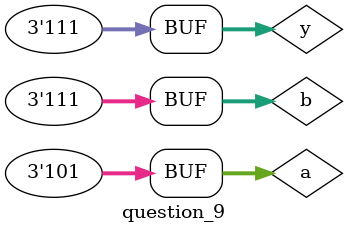
<source format=v>
`timescale 1ns / 1ps


module question_9();
reg [2:0] a, b;
reg [2:0]y;
initial
begin
a= 3'd5;
b= 3'b111;
y = a|b;
end

endmodule

</source>
